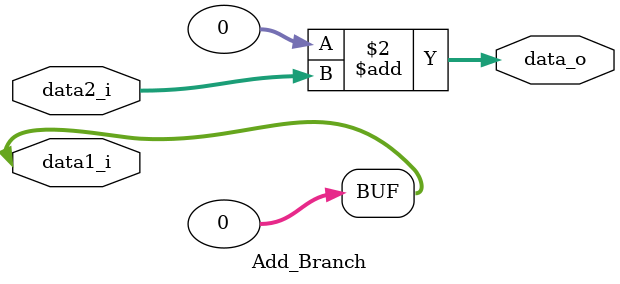
<source format=v>
module Add_Branch
(
	data1_i,			//32 bits, need shift left 2
	data2_i,	 		//32 bits, inst addr
	data_o
);

input [31:0]	data1_i;
input [31:0]	data2_i; 
	
output [31:0]	data_o;

assign data1_i = data1_i << 2;
assign data_o = data1_i + data2_i;

endmodule 
</source>
